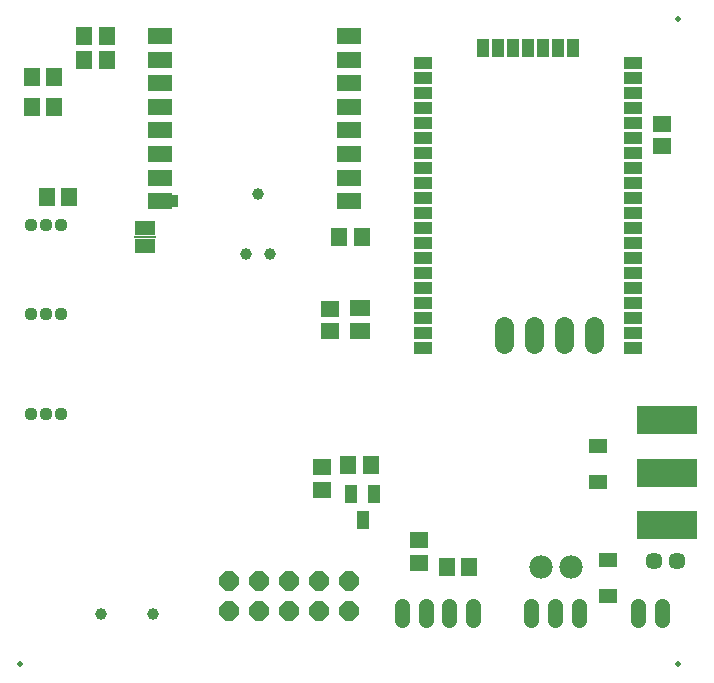
<source format=gbr>
G04 EAGLE Gerber X2 export*
%TF.Part,Single*%
%TF.FileFunction,Soldermask,Bot,1*%
%TF.FilePolarity,Negative*%
%TF.GenerationSoftware,Autodesk,EAGLE,8.6.2*%
%TF.CreationDate,2018-02-22T14:22:40Z*%
G75*
%MOMM*%
%FSLAX34Y34*%
%LPD*%
%AMOC8*
5,1,8,0,0,1.08239X$1,22.5*%
G01*
%ADD10C,0.508000*%
%ADD11C,0.990600*%
%ADD12R,1.501600X1.301600*%
%ADD13R,1.701600X1.401600*%
%ADD14C,1.001600*%
%ADD15R,1.601600X1.401600*%
%ADD16R,1.401600X1.601600*%
%ADD17C,1.117600*%
%ADD18R,2.101600X1.371600*%
%ADD19R,1.006400X1.006400*%
%ADD20R,1.701800X1.270000*%
%ADD21R,1.828800X0.152400*%
%ADD22R,1.625600X1.117600*%
%ADD23R,1.117600X1.625600*%
%ADD24R,5.181600X2.387600*%
%ADD25P,1.759533X8X202.500000*%
%ADD26C,1.625600*%
%ADD27C,1.301600*%
%ADD28C,1.451600*%
%ADD29C,1.981200*%
%ADD30R,1.101600X1.501600*%


D10*
X574548Y17272D03*
X17272Y17272D03*
X574548Y563118D03*
D11*
X218440Y415290D03*
X208280Y364490D03*
X228600Y364490D03*
D12*
X514858Y74916D03*
X514858Y104916D03*
X506984Y201436D03*
X506984Y171436D03*
D13*
X305054Y299110D03*
X305054Y318110D03*
D14*
X85950Y59690D03*
X129950Y59690D03*
D15*
X279908Y298602D03*
X279908Y317602D03*
D16*
X378612Y99060D03*
X397612Y99060D03*
D15*
X355092Y121768D03*
X355092Y102768D03*
D17*
X39116Y313182D03*
X51816Y313182D03*
X26416Y313182D03*
X39116Y388366D03*
X51816Y388366D03*
X26416Y388366D03*
X39370Y229108D03*
X52070Y229108D03*
X26670Y229108D03*
D16*
X27330Y488950D03*
X46330Y488950D03*
X71780Y528320D03*
X90780Y528320D03*
X27330Y514350D03*
X46330Y514350D03*
X90780Y548640D03*
X71780Y548640D03*
D18*
X135900Y408790D03*
X135900Y428790D03*
X135900Y448790D03*
X135900Y468790D03*
X135900Y488790D03*
X135900Y508790D03*
X135900Y528790D03*
X135900Y548790D03*
X295900Y548790D03*
X295900Y528790D03*
X295900Y508790D03*
X295900Y488790D03*
X295900Y468790D03*
X295900Y448790D03*
X295900Y428790D03*
X295900Y408790D03*
D19*
X146050Y408940D03*
D20*
X123190Y386080D03*
X123190Y370840D03*
D21*
X123190Y378460D03*
D15*
X560578Y455320D03*
X560578Y474320D03*
D22*
X358140Y284480D03*
X358140Y347980D03*
X358140Y360680D03*
X358140Y373380D03*
X358140Y411480D03*
X358140Y424180D03*
X358140Y525780D03*
D23*
X408940Y538480D03*
X421640Y538480D03*
X434340Y538480D03*
X447040Y538480D03*
X459740Y538480D03*
X472440Y538480D03*
X485140Y538480D03*
D22*
X535940Y525780D03*
X535940Y474980D03*
X535940Y462280D03*
X535940Y449580D03*
X535940Y360680D03*
X535940Y284480D03*
X358140Y297180D03*
X358140Y309880D03*
X358140Y386080D03*
X358140Y398780D03*
X358140Y436880D03*
X358140Y449580D03*
X535940Y436880D03*
X535940Y424180D03*
X535940Y411480D03*
X535940Y398780D03*
X535940Y386080D03*
X535940Y373380D03*
X535940Y335280D03*
X535940Y322580D03*
X535940Y309880D03*
X535940Y297180D03*
X535940Y487680D03*
X535940Y500380D03*
X535940Y513080D03*
X358140Y513080D03*
X358140Y500380D03*
X358140Y487680D03*
X358140Y474980D03*
X358140Y462280D03*
X358140Y335280D03*
X358140Y322580D03*
X535940Y347980D03*
D24*
X564896Y179070D03*
X564896Y223266D03*
X564896Y134874D03*
D25*
X295910Y62230D03*
X270510Y62230D03*
X245110Y62230D03*
X219710Y62230D03*
X194310Y62230D03*
X295910Y87630D03*
X270510Y87630D03*
X245110Y87630D03*
X219710Y87630D03*
X194310Y87630D03*
D16*
X59030Y412750D03*
X40030Y412750D03*
D26*
X426720Y303530D02*
X426720Y288290D01*
X452120Y288290D02*
X452120Y303530D01*
X477520Y303530D02*
X477520Y288290D01*
X502920Y288290D02*
X502920Y303530D01*
D27*
X450175Y66165D02*
X450175Y54165D01*
X470175Y54165D02*
X470175Y66165D01*
X490175Y66165D02*
X490175Y54165D01*
X540660Y54165D02*
X540660Y66165D01*
X560660Y66165D02*
X560660Y54165D01*
X340640Y54165D02*
X340640Y66165D01*
X360640Y66165D02*
X360640Y54165D01*
X380640Y54165D02*
X380640Y66165D01*
X400640Y66165D02*
X400640Y54165D01*
D28*
X553880Y104140D03*
X573880Y104140D03*
D29*
X458470Y99060D03*
X483870Y99060D03*
D16*
X287680Y378460D03*
X306680Y378460D03*
D30*
X297840Y160860D03*
X316840Y160860D03*
X307340Y138860D03*
D15*
X273050Y183490D03*
X273050Y164490D03*
D16*
X295300Y185420D03*
X314300Y185420D03*
M02*

</source>
